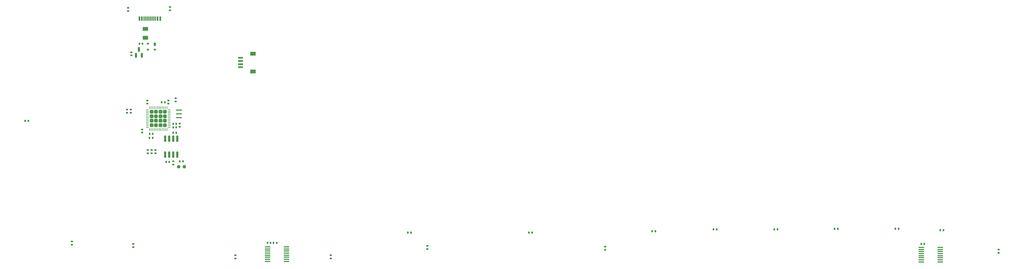
<source format=gbr>
%TF.GenerationSoftware,KiCad,Pcbnew,(6.0.0)*%
%TF.CreationDate,2022-08-23T10:18:13-07:00*%
%TF.ProjectId,Faen65XT,4661656e-3635-4585-942e-6b696361645f,rev?*%
%TF.SameCoordinates,Original*%
%TF.FileFunction,Paste,Bot*%
%TF.FilePolarity,Positive*%
%FSLAX46Y46*%
G04 Gerber Fmt 4.6, Leading zero omitted, Abs format (unit mm)*
G04 Created by KiCad (PCBNEW (6.0.0)) date 2022-08-23 10:18:13*
%MOMM*%
%LPD*%
G01*
G04 APERTURE LIST*
G04 Aperture macros list*
%AMRoundRect*
0 Rectangle with rounded corners*
0 $1 Rounding radius*
0 $2 $3 $4 $5 $6 $7 $8 $9 X,Y pos of 4 corners*
0 Add a 4 corners polygon primitive as box body*
4,1,4,$2,$3,$4,$5,$6,$7,$8,$9,$2,$3,0*
0 Add four circle primitives for the rounded corners*
1,1,$1+$1,$2,$3*
1,1,$1+$1,$4,$5*
1,1,$1+$1,$6,$7*
1,1,$1+$1,$8,$9*
0 Add four rect primitives between the rounded corners*
20,1,$1+$1,$2,$3,$4,$5,0*
20,1,$1+$1,$4,$5,$6,$7,0*
20,1,$1+$1,$6,$7,$8,$9,0*
20,1,$1+$1,$8,$9,$2,$3,0*%
G04 Aperture macros list end*
%ADD10RoundRect,0.135000X0.185000X-0.135000X0.185000X0.135000X-0.185000X0.135000X-0.185000X-0.135000X0*%
%ADD11RoundRect,0.135000X-0.185000X0.135000X-0.185000X-0.135000X0.185000X-0.135000X0.185000X0.135000X0*%
%ADD12RoundRect,0.135000X0.135000X0.185000X-0.135000X0.185000X-0.135000X-0.185000X0.135000X-0.185000X0*%
%ADD13R,1.778000X0.419100*%
%ADD14RoundRect,0.250000X0.315000X0.315000X-0.315000X0.315000X-0.315000X-0.315000X0.315000X-0.315000X0*%
%ADD15RoundRect,0.062500X0.375000X0.062500X-0.375000X0.062500X-0.375000X-0.062500X0.375000X-0.062500X0*%
%ADD16RoundRect,0.062500X0.062500X0.375000X-0.062500X0.375000X-0.062500X-0.375000X0.062500X-0.375000X0*%
%ADD17RoundRect,0.135000X-0.135000X-0.185000X0.135000X-0.185000X0.135000X0.185000X-0.135000X0.185000X0*%
%ADD18RoundRect,0.140000X-0.140000X-0.170000X0.140000X-0.170000X0.140000X0.170000X-0.140000X0.170000X0*%
%ADD19R,1.800000X1.200000*%
%ADD20R,1.550000X0.600000*%
%ADD21RoundRect,0.140000X0.170000X-0.140000X0.170000X0.140000X-0.170000X0.140000X-0.170000X-0.140000X0*%
%ADD22RoundRect,0.250000X-0.625000X0.375000X-0.625000X-0.375000X0.625000X-0.375000X0.625000X0.375000X0*%
%ADD23R,0.600000X1.450000*%
%ADD24R,0.300000X1.450000*%
%ADD25R,0.700000X1.000000*%
%ADD26R,0.700000X0.600000*%
%ADD27RoundRect,0.237500X0.250000X0.237500X-0.250000X0.237500X-0.250000X-0.237500X0.250000X-0.237500X0*%
%ADD28RoundRect,0.150000X0.150000X-0.825000X0.150000X0.825000X-0.150000X0.825000X-0.150000X-0.825000X0*%
%ADD29RoundRect,0.125000X-0.175000X0.125000X-0.175000X-0.125000X0.175000X-0.125000X0.175000X0.125000X0*%
%ADD30RoundRect,0.150000X0.150000X-0.587500X0.150000X0.587500X-0.150000X0.587500X-0.150000X-0.587500X0*%
%ADD31RoundRect,0.140000X0.140000X0.170000X-0.140000X0.170000X-0.140000X-0.170000X0.140000X-0.170000X0*%
%ADD32RoundRect,0.140000X-0.170000X0.140000X-0.170000X-0.140000X0.170000X-0.140000X0.170000X0.140000X0*%
%ADD33R,1.900000X0.400000*%
G04 APERTURE END LIST*
D10*
%TO.C,R2*%
X34346650Y-39403848D03*
X34346650Y-38383848D03*
%TD*%
D11*
%TO.C,R5*%
X40084476Y6463140D03*
X40084476Y5443140D03*
%TD*%
D12*
%TO.C,R29*%
X44166250Y-41955625D03*
X43146250Y-41955625D03*
%TD*%
D13*
%TO.C,U4*%
X281382854Y-68946572D03*
X281382854Y-69596812D03*
X281382854Y-70247052D03*
X281382854Y-70897292D03*
X281382854Y-71542452D03*
X281382854Y-72192692D03*
X281382854Y-72842932D03*
X281382854Y-73493172D03*
X275434174Y-73493172D03*
X275434174Y-72842932D03*
X275434174Y-72192692D03*
X275434174Y-71542452D03*
X275434174Y-70897292D03*
X275434174Y-70247052D03*
X275434174Y-69596812D03*
X275434174Y-68946572D03*
%TD*%
D14*
%TO.C,U1*%
X38496972Y-26381320D03*
X34296972Y-26381320D03*
X35696972Y-27781320D03*
X38496972Y-27781320D03*
X34296972Y-27781320D03*
X37096972Y-26381320D03*
X37096972Y-29181320D03*
X35696972Y-29181320D03*
X37096972Y-27781320D03*
X38496972Y-30581320D03*
X35696972Y-26381320D03*
X38496972Y-29181320D03*
X37096972Y-30581320D03*
X34296972Y-30581320D03*
X34296972Y-29181320D03*
X35696972Y-30581320D03*
D15*
X39834472Y-25731320D03*
X39834472Y-26231320D03*
X39834472Y-26731320D03*
X39834472Y-27231320D03*
X39834472Y-27731320D03*
X39834472Y-28231320D03*
X39834472Y-28731320D03*
X39834472Y-29231320D03*
X39834472Y-29731320D03*
X39834472Y-30231320D03*
X39834472Y-30731320D03*
X39834472Y-31231320D03*
D16*
X39146972Y-31918820D03*
X38646972Y-31918820D03*
X38146972Y-31918820D03*
X37646972Y-31918820D03*
X37146972Y-31918820D03*
X36646972Y-31918820D03*
X36146972Y-31918820D03*
X35646972Y-31918820D03*
X35146972Y-31918820D03*
X34646972Y-31918820D03*
X34146972Y-31918820D03*
X33646972Y-31918820D03*
D15*
X32959472Y-31231320D03*
X32959472Y-30731320D03*
X32959472Y-30231320D03*
X32959472Y-29731320D03*
X32959472Y-29231320D03*
X32959472Y-28731320D03*
X32959472Y-28231320D03*
X32959472Y-27731320D03*
X32959472Y-27231320D03*
X32959472Y-26731320D03*
X32959472Y-26231320D03*
X32959472Y-25731320D03*
D16*
X33646972Y-25043820D03*
X34146972Y-25043820D03*
X34646972Y-25043820D03*
X35146972Y-25043820D03*
X35646972Y-25043820D03*
X36146972Y-25043820D03*
X36646972Y-25043820D03*
X37146972Y-25043820D03*
X37646972Y-25043820D03*
X38146972Y-25043820D03*
X38646972Y-25043820D03*
X39146972Y-25043820D03*
%TD*%
D17*
%TO.C,R23*%
X248245938Y-63103284D03*
X249265938Y-63103284D03*
%TD*%
D11*
%TO.C,R22*%
X90487728Y-71363384D03*
X90487728Y-72383384D03*
%TD*%
D18*
%TO.C,C7*%
X41091875Y-30162500D03*
X42051875Y-30162500D03*
%TD*%
D12*
%TO.C,R1*%
X34641336Y-34528212D03*
X33621336Y-34528212D03*
%TD*%
D11*
%TO.C,R28*%
X41091875Y-41955625D03*
X41091875Y-42975625D03*
%TD*%
D10*
%TO.C,R11*%
X43109375Y-31069375D03*
X43109375Y-30049375D03*
%TD*%
D19*
%TO.C,J1*%
X66043912Y-13714090D03*
X66043912Y-8114090D03*
D20*
X62168912Y-9414090D03*
X62168912Y-10414090D03*
X62168912Y-11414090D03*
X62168912Y-12414090D03*
%TD*%
D11*
%TO.C,R14*%
X9326586Y-67072044D03*
X9326586Y-68092044D03*
%TD*%
D17*
%TO.C,R15*%
X210344280Y-63301722D03*
X211364280Y-63301722D03*
%TD*%
%TO.C,R10*%
X37443125Y-23415625D03*
X38463125Y-23415625D03*
%TD*%
D21*
%TO.C,C2*%
X32959472Y-23812500D03*
X32959472Y-22852500D03*
%TD*%
D22*
%TO.C,F1*%
X32345394Y-385942D03*
X32345394Y-3185942D03*
%TD*%
D17*
%TO.C,R13*%
X191095794Y-63897036D03*
X192115794Y-63897036D03*
%TD*%
%TO.C,R27*%
X267295986Y-63103284D03*
X268315986Y-63103284D03*
%TD*%
D23*
%TO.C,J2*%
X30484460Y2842520D03*
X31284460Y2842520D03*
D24*
X32484460Y2842520D03*
X33484460Y2842520D03*
X33984460Y2842520D03*
X34984460Y2842520D03*
D23*
X36984460Y2842520D03*
X36184460Y2842520D03*
D24*
X35484460Y2842520D03*
X34484460Y2842520D03*
X32984460Y2842520D03*
X31984460Y2842520D03*
%TD*%
D10*
%TO.C,R4*%
X26987568Y5244702D03*
X26987568Y6264702D03*
%TD*%
D25*
%TO.C,D1*%
X35334375Y-5183140D03*
D26*
X35334375Y-6903140D03*
X33134375Y-6903140D03*
X33134375Y-5003140D03*
%TD*%
D27*
%TO.C,JP2*%
X44568860Y-43656360D03*
X42743860Y-43656360D03*
%TD*%
D10*
%TO.C,R8*%
X26590692Y-26703816D03*
X26590692Y-25683816D03*
%TD*%
D11*
%TO.C,R26*%
X120650304Y-68461110D03*
X120650304Y-69481110D03*
%TD*%
D21*
%TO.C,C9*%
X27979758Y-8676582D03*
X27979758Y-7716582D03*
%TD*%
D28*
%TO.C,U5*%
X42361875Y-39781250D03*
X41091875Y-39781250D03*
X39821875Y-39781250D03*
X38551875Y-39781250D03*
X38551875Y-34831250D03*
X39821875Y-34831250D03*
X41091875Y-34831250D03*
X42361875Y-34831250D03*
%TD*%
D11*
%TO.C,R25*%
X299641380Y-69596812D03*
X299641380Y-70616812D03*
%TD*%
%TO.C,R6*%
X35537278Y-38383848D03*
X35537278Y-39403848D03*
%TD*%
D10*
%TO.C,R9*%
X27781250Y-26703750D03*
X27781250Y-25683750D03*
%TD*%
D29*
%TO.C,R18*%
X60523590Y-71363384D03*
D11*
X60523590Y-72383384D03*
%TD*%
D12*
%TO.C,R16*%
X73535184Y-67468920D03*
X72515184Y-67468920D03*
%TD*%
D17*
%TO.C,R21*%
X281382854Y-63500160D03*
X282402854Y-63500160D03*
%TD*%
D21*
%TO.C,C3*%
X39540625Y-23812500D03*
X39540625Y-22852500D03*
%TD*%
D30*
%TO.C,U2*%
X31311014Y-8676582D03*
X29411014Y-8676582D03*
X30361014Y-6801582D03*
%TD*%
D31*
%TO.C,C1*%
X34646972Y-33337500D03*
X33686972Y-33337500D03*
%TD*%
D17*
%TO.C,R20*%
X114584040Y-64293912D03*
X115604040Y-64293912D03*
%TD*%
D11*
%TO.C,R19*%
X176411382Y-68659548D03*
X176411382Y-69679548D03*
%TD*%
D31*
%TO.C,C12*%
X39821875Y-42068750D03*
X38861875Y-42068750D03*
%TD*%
D32*
%TO.C,C5*%
X31353125Y-31918820D03*
X31353125Y-32878820D03*
%TD*%
D17*
%TO.C,R17*%
X229394328Y-63301722D03*
X230414328Y-63301722D03*
%TD*%
D31*
%TO.C,C8*%
X31436328Y-5003140D03*
X30476328Y-5003140D03*
%TD*%
D12*
%TO.C,R7*%
X-4252512Y-29231320D03*
X-5272512Y-29231320D03*
%TD*%
D10*
%TO.C,R3*%
X33156022Y-39403848D03*
X33156022Y-38383848D03*
%TD*%
D18*
%TO.C,C11*%
X276394174Y-67846426D03*
X275434174Y-67846426D03*
%TD*%
%TO.C,C10*%
X70646158Y-67468920D03*
X71606158Y-67468920D03*
%TD*%
D31*
%TO.C,C13*%
X42051875Y-32940708D03*
X41091875Y-32940708D03*
%TD*%
D18*
%TO.C,C6*%
X41091875Y-31253125D03*
X42051875Y-31253125D03*
%TD*%
D17*
%TO.C,R24*%
X152485698Y-64293912D03*
X153505698Y-64293912D03*
%TD*%
D21*
%TO.C,C4*%
X41870418Y-23101932D03*
X41870418Y-22141932D03*
%TD*%
D29*
%TO.C,R12*%
X28575072Y-67865796D03*
D11*
X28575072Y-68885796D03*
%TD*%
D13*
%TO.C,U3*%
X76594838Y-68767504D03*
X76594838Y-69417744D03*
X76594838Y-70067984D03*
X76594838Y-70718224D03*
X76594838Y-71363384D03*
X76594838Y-72013624D03*
X76594838Y-72663864D03*
X76594838Y-73314104D03*
X70646158Y-73314104D03*
X70646158Y-72663864D03*
X70646158Y-72013624D03*
X70646158Y-71363384D03*
X70646158Y-70718224D03*
X70646158Y-70067984D03*
X70646158Y-69417744D03*
X70646158Y-68767504D03*
%TD*%
D33*
%TO.C,Y1*%
X42862500Y-28231320D03*
X42862500Y-27031320D03*
X42862500Y-25831320D03*
%TD*%
M02*

</source>
